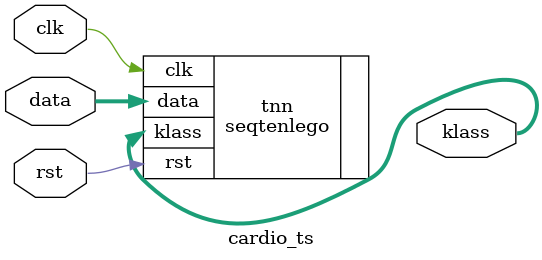
<source format=v>












module cardio_ts #(

parameter N = 19,
parameter M = 40,
parameter B = 4,
parameter C = 3,
parameter Ts = 5




  ) (
  input clk,
  input rst,
  input [N*B-1:0] data,
  output [$clog2(C)-1:0] klass
  );

  seqtenlego #(
      .N(N),.B(B),.M(M),.C(C),
  .Wvals(760'b0011110101000000000000001000000001110001101000000000010001101010101110111010110011001000000010000001100000000010000000000010000000000100011001001110001010001100101001010111000000010000000000010000000010000000000000001110100000011001111010110000011000011000100000000000001000000011000000000010001000001000100000011000110100110000000100100101100001010011000010010001011101111000000101000001001100000010000010000000001100100000100100000000000000000000000100000000100100100011010000000100010000100001100001000001000100000001000000011000010000001000000001000100000010001000000001001010010000010001111000100000000000000100000001010010100010010010011000000000100000100000101000000000000001011110100001000000001000001000000110001000000101001000000100000000000100010111),
  .Wzero(760'b0011111101000100000001011100111001110001111111110111110111111110101110111110111111101000000011010001100100000011110101000011011101101101111101001110001110101111101011010111010000010001000111110100110011010100010000011110111100011001111110110000011010011110111110001000001010000011010100010110001111011010101100011010111100111100011100110111100101010011000010010001011111111101110111001011101111001110000010011010011100111000111100010000110000100100001100011000100100100011010100000110110100100001110001001101010101010001010110011000010000011000000101110110000010101010110101001010110100011101111000110001111100111101000001010010111110010010011010100000100000110100101001010001001011011110100001001001001000001111010111111000000111101100000100000110010111010111),
  .Wnnz(640'h07080a0a0c0c090b070a0b08080d040b0a08080d0b0904080906090a08090c110a0c070909090b0b),
  .WvalsX(39'b101110010111100011111111011101111110001),  // Bits of not-zeroes
  .WcolX(312'h26211f1b130f0d0b080705040225211e1c1b0f0c090706050201252421201c1b1a18110c0a0301), // Column of non-zeros
  .WrowX(32'h271a0d00) // Column of non-zeros // Start indices per row
      ) tnn (
    .clk(clk),
    .rst(rst),
    .data(data),
    .klass(klass)
  );

endmodule

</source>
